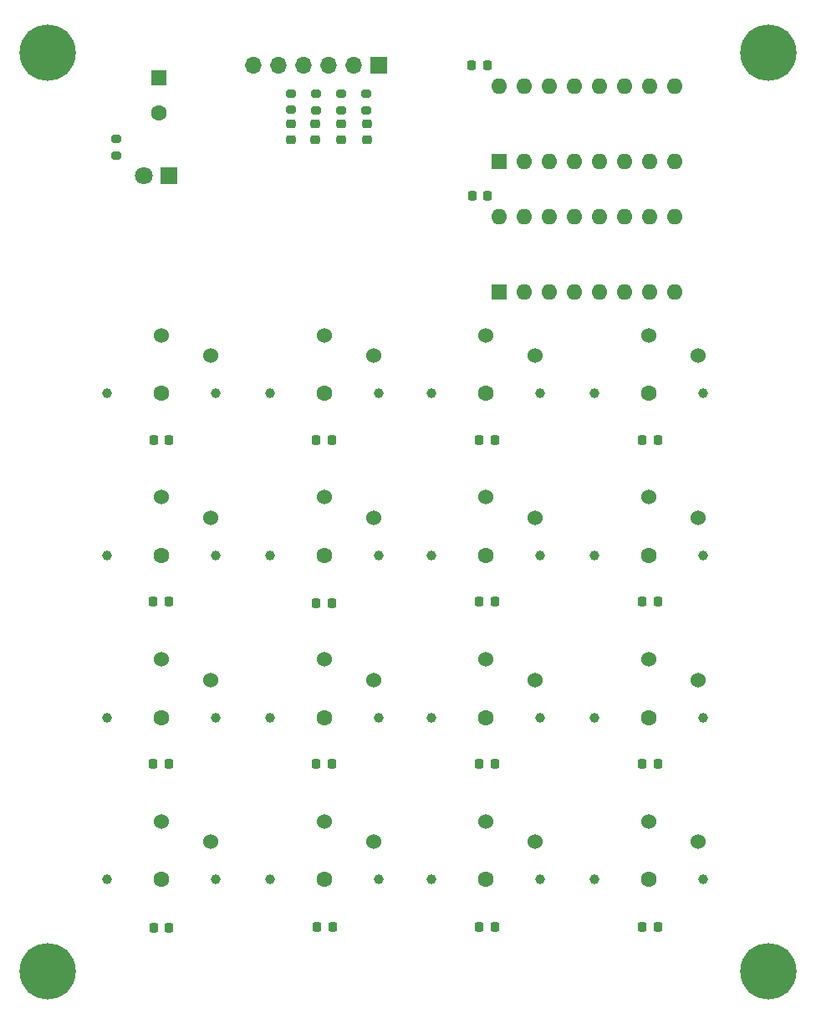
<source format=gts>
%TF.GenerationSoftware,KiCad,Pcbnew,8.0.8*%
%TF.CreationDate,2025-02-24T16:27:27+09:00*%
%TF.ProjectId,keyboard,6b657962-6f61-4726-942e-6b696361645f,rev?*%
%TF.SameCoordinates,Original*%
%TF.FileFunction,Soldermask,Top*%
%TF.FilePolarity,Negative*%
%FSLAX46Y46*%
G04 Gerber Fmt 4.6, Leading zero omitted, Abs format (unit mm)*
G04 Created by KiCad (PCBNEW 8.0.8) date 2025-02-24 16:27:27*
%MOMM*%
%LPD*%
G01*
G04 APERTURE LIST*
G04 Aperture macros list*
%AMRoundRect*
0 Rectangle with rounded corners*
0 $1 Rounding radius*
0 $2 $3 $4 $5 $6 $7 $8 $9 X,Y pos of 4 corners*
0 Add a 4 corners polygon primitive as box body*
4,1,4,$2,$3,$4,$5,$6,$7,$8,$9,$2,$3,0*
0 Add four circle primitives for the rounded corners*
1,1,$1+$1,$2,$3*
1,1,$1+$1,$4,$5*
1,1,$1+$1,$6,$7*
1,1,$1+$1,$8,$9*
0 Add four rect primitives between the rounded corners*
20,1,$1+$1,$2,$3,$4,$5,0*
20,1,$1+$1,$4,$5,$6,$7,0*
20,1,$1+$1,$6,$7,$8,$9,0*
20,1,$1+$1,$8,$9,$2,$3,0*%
G04 Aperture macros list end*
%ADD10C,5.700000*%
%ADD11C,1.000000*%
%ADD12C,1.600000*%
%ADD13C,1.524000*%
%ADD14RoundRect,0.218750X-0.218750X-0.256250X0.218750X-0.256250X0.218750X0.256250X-0.218750X0.256250X0*%
%ADD15R,1.600000X1.600000*%
%ADD16RoundRect,0.200000X0.275000X-0.200000X0.275000X0.200000X-0.275000X0.200000X-0.275000X-0.200000X0*%
%ADD17RoundRect,0.218750X0.256250X-0.218750X0.256250X0.218750X-0.256250X0.218750X-0.256250X-0.218750X0*%
%ADD18RoundRect,0.225000X0.225000X0.250000X-0.225000X0.250000X-0.225000X-0.250000X0.225000X-0.250000X0*%
%ADD19R,1.700000X1.700000*%
%ADD20O,1.700000X1.700000*%
%ADD21O,1.600000X1.600000*%
%ADD22R,1.800000X1.800000*%
%ADD23C,1.800000*%
G04 APERTURE END LIST*
D10*
%TO.C,REF\u002A\u002A*%
X174000000Y-146500000D03*
%TD*%
%TO.C,*%
X174000000Y-146500000D03*
%TD*%
%TO.C,REF\u002A\u002A*%
X101000000Y-146500000D03*
%TD*%
%TO.C,*%
X101000000Y-146500000D03*
%TD*%
%TO.C,REF\u002A\u002A*%
X101000000Y-53500000D03*
%TD*%
%TO.C,*%
X101000000Y-53500000D03*
%TD*%
%TO.C,REF\u002A\u002A*%
X174000000Y-53500000D03*
%TD*%
D11*
%TO.C,SW15*%
X156400000Y-120800000D03*
D12*
X161900000Y-120800000D03*
D11*
X167400000Y-120800000D03*
D13*
X161900000Y-114900000D03*
X166900000Y-117000000D03*
%TD*%
D11*
%TO.C,SW4*%
X156400000Y-88000000D03*
D12*
X161900000Y-88000000D03*
D11*
X167400000Y-88000000D03*
D13*
X161900000Y-82100000D03*
X166900000Y-84200000D03*
%TD*%
D14*
%TO.C,D16*%
X111712500Y-109100000D03*
X113287500Y-109100000D03*
%TD*%
D11*
%TO.C,SW3*%
X139900000Y-88000000D03*
D12*
X145400000Y-88000000D03*
D11*
X150900000Y-88000000D03*
D13*
X145400000Y-82100000D03*
X150400000Y-84200000D03*
%TD*%
D11*
%TO.C,SW10*%
X107000000Y-137200000D03*
D12*
X112500000Y-137200000D03*
D11*
X118000000Y-137200000D03*
D13*
X112500000Y-131300000D03*
X117500000Y-133400000D03*
%TD*%
D14*
%TO.C,D1*%
X111725000Y-142100000D03*
X113300000Y-142100000D03*
%TD*%
%TO.C,D11*%
X144725000Y-92700000D03*
X146300000Y-92700000D03*
%TD*%
D11*
%TO.C,SW12*%
X123500000Y-137200000D03*
D12*
X129000000Y-137200000D03*
D11*
X134500000Y-137200000D03*
D13*
X129000000Y-131300000D03*
X134000000Y-133400000D03*
%TD*%
D15*
%TO.C,C4*%
X112300000Y-56100000D03*
D12*
X112300000Y-59600000D03*
%TD*%
D11*
%TO.C,SW9*%
X107000000Y-120800000D03*
D12*
X112500000Y-120800000D03*
D11*
X118000000Y-120800000D03*
D13*
X112500000Y-114900000D03*
X117500000Y-117000000D03*
%TD*%
D14*
%TO.C,D13*%
X128225000Y-92700000D03*
X129800000Y-92700000D03*
%TD*%
D16*
%TO.C,R20*%
X125670000Y-59317500D03*
X125670000Y-57667500D03*
%TD*%
D17*
%TO.C,D17*%
X133310000Y-62332500D03*
X133310000Y-60757500D03*
%TD*%
D14*
%TO.C,D9*%
X161225000Y-92700000D03*
X162800000Y-92700000D03*
%TD*%
D11*
%TO.C,SW16*%
X156400000Y-137200000D03*
D12*
X161900000Y-137200000D03*
D11*
X167400000Y-137200000D03*
D13*
X161900000Y-131300000D03*
X166900000Y-133400000D03*
%TD*%
D11*
%TO.C,SW14*%
X139900000Y-137200000D03*
D12*
X145400000Y-137200000D03*
D11*
X150900000Y-137200000D03*
D13*
X145400000Y-131300000D03*
X150400000Y-133400000D03*
%TD*%
D14*
%TO.C,D14*%
X128200000Y-109200000D03*
X129775000Y-109200000D03*
%TD*%
%TO.C,D15*%
X111725000Y-92700000D03*
X113300000Y-92700000D03*
%TD*%
D16*
%TO.C,R21*%
X107940000Y-63915000D03*
X107940000Y-62265000D03*
%TD*%
D18*
%TO.C,C1*%
X145560000Y-68020000D03*
X144010000Y-68020000D03*
%TD*%
D14*
%TO.C,D12*%
X144712500Y-109100000D03*
X146287500Y-109100000D03*
%TD*%
D11*
%TO.C,SW7*%
X139900000Y-104400000D03*
D12*
X145400000Y-104400000D03*
D11*
X150900000Y-104400000D03*
D13*
X145400000Y-98500000D03*
X150400000Y-100600000D03*
%TD*%
D11*
%TO.C,SW8*%
X156400000Y-104400000D03*
D12*
X161900000Y-104400000D03*
D11*
X167400000Y-104400000D03*
D13*
X161900000Y-98500000D03*
X166900000Y-100600000D03*
%TD*%
D14*
%TO.C,D7*%
X128212500Y-125500000D03*
X129787500Y-125500000D03*
%TD*%
D17*
%TO.C,D18*%
X130750000Y-62307500D03*
X130750000Y-60732500D03*
%TD*%
D11*
%TO.C,SW6*%
X123500000Y-104400000D03*
D12*
X129000000Y-104400000D03*
D11*
X134500000Y-104400000D03*
D13*
X129000000Y-98500000D03*
X134000000Y-100600000D03*
%TD*%
D14*
%TO.C,D3*%
X144725000Y-142000000D03*
X146300000Y-142000000D03*
%TD*%
D19*
%TO.C,J1*%
X134540000Y-54800000D03*
D20*
X132000000Y-54800000D03*
X129460000Y-54800000D03*
X126920000Y-54800000D03*
X124380000Y-54800000D03*
X121840000Y-54800000D03*
%TD*%
D16*
%TO.C,R19*%
X128150000Y-59350000D03*
X128150000Y-57700000D03*
%TD*%
D18*
%TO.C,C2*%
X145510000Y-54760000D03*
X143960000Y-54760000D03*
%TD*%
D11*
%TO.C,SW1*%
X107000000Y-88000000D03*
D12*
X112500000Y-88000000D03*
D11*
X118000000Y-88000000D03*
D13*
X112500000Y-82100000D03*
X117500000Y-84200000D03*
%TD*%
D14*
%TO.C,D10*%
X161225000Y-109100000D03*
X162800000Y-109100000D03*
%TD*%
D16*
%TO.C,R18*%
X130750000Y-59325000D03*
X130750000Y-57675000D03*
%TD*%
D11*
%TO.C,SW2*%
X123500000Y-88000000D03*
D12*
X129000000Y-88000000D03*
D11*
X134500000Y-88000000D03*
D13*
X129000000Y-82100000D03*
X134000000Y-84200000D03*
%TD*%
%TO.C,SW11*%
X134000000Y-117000000D03*
X129000000Y-114900000D03*
D11*
X134500000Y-120800000D03*
D12*
X129000000Y-120800000D03*
D11*
X123500000Y-120800000D03*
%TD*%
%TO.C,SW13*%
X139900000Y-120800000D03*
D12*
X145400000Y-120800000D03*
D11*
X150900000Y-120800000D03*
D13*
X145400000Y-114900000D03*
X150400000Y-117000000D03*
%TD*%
D15*
%TO.C,U2*%
X146720000Y-64500000D03*
D21*
X149260000Y-64500000D03*
X151800000Y-64500000D03*
X154340000Y-64500000D03*
X156880000Y-64500000D03*
X159420000Y-64500000D03*
X161960000Y-64500000D03*
X164500000Y-64500000D03*
X164500000Y-56880000D03*
X161960000Y-56880000D03*
X159420000Y-56880000D03*
X156880000Y-56880000D03*
X154340000Y-56880000D03*
X151800000Y-56880000D03*
X149260000Y-56880000D03*
X146720000Y-56880000D03*
%TD*%
D16*
%TO.C,R17*%
X133300000Y-59350000D03*
X133300000Y-57700000D03*
%TD*%
D14*
%TO.C,D4*%
X161225000Y-142000000D03*
X162800000Y-142000000D03*
%TD*%
%TO.C,D5*%
X161212500Y-125500000D03*
X162787500Y-125500000D03*
%TD*%
D17*
%TO.C,D20*%
X125650000Y-62300000D03*
X125650000Y-60725000D03*
%TD*%
D14*
%TO.C,D8*%
X111712500Y-125500000D03*
X113287500Y-125500000D03*
%TD*%
D22*
%TO.C,D21*%
X113300000Y-66000000D03*
D23*
X110760000Y-66000000D03*
%TD*%
D11*
%TO.C,SW5*%
X107000000Y-104400000D03*
D12*
X112500000Y-104400000D03*
D11*
X118000000Y-104400000D03*
D13*
X112500000Y-98500000D03*
X117500000Y-100600000D03*
%TD*%
D17*
%TO.C,D19*%
X128140000Y-62332500D03*
X128140000Y-60757500D03*
%TD*%
D14*
%TO.C,D2*%
X128300000Y-142000000D03*
X129875000Y-142000000D03*
%TD*%
%TO.C,D6*%
X144712500Y-125500000D03*
X146287500Y-125500000D03*
%TD*%
D15*
%TO.C,U1*%
X146720000Y-77720000D03*
D21*
X149260000Y-77720000D03*
X151800000Y-77720000D03*
X154340000Y-77720000D03*
X156880000Y-77720000D03*
X159420000Y-77720000D03*
X161960000Y-77720000D03*
X164500000Y-77720000D03*
X164500000Y-70100000D03*
X161960000Y-70100000D03*
X159420000Y-70100000D03*
X156880000Y-70100000D03*
X154340000Y-70100000D03*
X151800000Y-70100000D03*
X149260000Y-70100000D03*
X146720000Y-70100000D03*
%TD*%
M02*

</source>
